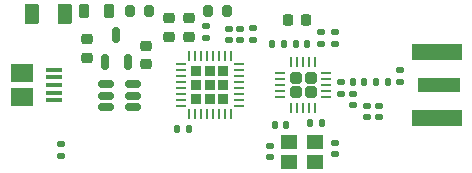
<source format=gbr>
%TF.GenerationSoftware,KiCad,Pcbnew,8.0.6*%
%TF.CreationDate,2024-12-29T16:51:47+05:30*%
%TF.ProjectId,STM32_RF,53544d33-325f-4524-962e-6b696361645f,rev?*%
%TF.SameCoordinates,Original*%
%TF.FileFunction,Paste,Top*%
%TF.FilePolarity,Positive*%
%FSLAX46Y46*%
G04 Gerber Fmt 4.6, Leading zero omitted, Abs format (unit mm)*
G04 Created by KiCad (PCBNEW 8.0.6) date 2024-12-29 16:51:47*
%MOMM*%
%LPD*%
G01*
G04 APERTURE LIST*
G04 Aperture macros list*
%AMRoundRect*
0 Rectangle with rounded corners*
0 $1 Rounding radius*
0 $2 $3 $4 $5 $6 $7 $8 $9 X,Y pos of 4 corners*
0 Add a 4 corners polygon primitive as box body*
4,1,4,$2,$3,$4,$5,$6,$7,$8,$9,$2,$3,0*
0 Add four circle primitives for the rounded corners*
1,1,$1+$1,$2,$3*
1,1,$1+$1,$4,$5*
1,1,$1+$1,$6,$7*
1,1,$1+$1,$8,$9*
0 Add four rect primitives between the rounded corners*
20,1,$1+$1,$2,$3,$4,$5,0*
20,1,$1+$1,$4,$5,$6,$7,0*
20,1,$1+$1,$6,$7,$8,$9,0*
20,1,$1+$1,$8,$9,$2,$3,0*%
G04 Aperture macros list end*
%ADD10RoundRect,0.218750X-0.256250X0.218750X-0.256250X-0.218750X0.256250X-0.218750X0.256250X0.218750X0*%
%ADD11RoundRect,0.140000X0.170000X-0.140000X0.170000X0.140000X-0.170000X0.140000X-0.170000X-0.140000X0*%
%ADD12RoundRect,0.150000X0.512500X0.150000X-0.512500X0.150000X-0.512500X-0.150000X0.512500X-0.150000X0*%
%ADD13RoundRect,0.140000X-0.170000X0.140000X-0.170000X-0.140000X0.170000X-0.140000X0.170000X0.140000X0*%
%ADD14RoundRect,0.135000X0.185000X-0.135000X0.185000X0.135000X-0.185000X0.135000X-0.185000X-0.135000X0*%
%ADD15RoundRect,0.147500X0.172500X-0.147500X0.172500X0.147500X-0.172500X0.147500X-0.172500X-0.147500X0*%
%ADD16RoundRect,0.147500X-0.147500X-0.172500X0.147500X-0.172500X0.147500X0.172500X-0.147500X0.172500X0*%
%ADD17R,1.350000X0.400000*%
%ADD18R,1.900000X1.500000*%
%ADD19RoundRect,0.218750X-0.218750X-0.381250X0.218750X-0.381250X0.218750X0.381250X-0.218750X0.381250X0*%
%ADD20RoundRect,0.225000X0.250000X-0.225000X0.250000X0.225000X-0.250000X0.225000X-0.250000X-0.225000X0*%
%ADD21RoundRect,0.140000X-0.140000X-0.170000X0.140000X-0.170000X0.140000X0.170000X-0.140000X0.170000X0*%
%ADD22RoundRect,0.250000X-0.255000X-0.255000X0.255000X-0.255000X0.255000X0.255000X-0.255000X0.255000X0*%
%ADD23RoundRect,0.062500X-0.350000X-0.062500X0.350000X-0.062500X0.350000X0.062500X-0.350000X0.062500X0*%
%ADD24RoundRect,0.062500X-0.062500X-0.350000X0.062500X-0.350000X0.062500X0.350000X-0.062500X0.350000X0*%
%ADD25RoundRect,0.135000X-0.185000X0.135000X-0.185000X-0.135000X0.185000X-0.135000X0.185000X0.135000X0*%
%ADD26RoundRect,0.232500X-0.232500X0.232500X-0.232500X-0.232500X0.232500X-0.232500X0.232500X0.232500X0*%
%ADD27RoundRect,0.062500X-0.062500X0.375000X-0.062500X-0.375000X0.062500X-0.375000X0.062500X0.375000X0*%
%ADD28RoundRect,0.062500X-0.375000X0.062500X-0.375000X-0.062500X0.375000X-0.062500X0.375000X0.062500X0*%
%ADD29RoundRect,0.200000X-0.200000X-0.275000X0.200000X-0.275000X0.200000X0.275000X-0.200000X0.275000X0*%
%ADD30RoundRect,0.140000X0.140000X0.170000X-0.140000X0.170000X-0.140000X-0.170000X0.140000X-0.170000X0*%
%ADD31RoundRect,0.135000X0.135000X0.185000X-0.135000X0.185000X-0.135000X-0.185000X0.135000X-0.185000X0*%
%ADD32R,1.400000X1.200000*%
%ADD33RoundRect,0.225000X-0.225000X-0.250000X0.225000X-0.250000X0.225000X0.250000X-0.225000X0.250000X0*%
%ADD34RoundRect,0.150000X0.150000X-0.512500X0.150000X0.512500X-0.150000X0.512500X-0.150000X-0.512500X0*%
%ADD35RoundRect,0.225000X-0.250000X0.225000X-0.250000X-0.225000X0.250000X-0.225000X0.250000X0.225000X0*%
%ADD36RoundRect,0.200000X0.200000X0.275000X-0.200000X0.275000X-0.200000X-0.275000X0.200000X-0.275000X0*%
%ADD37R,3.600000X1.270000*%
%ADD38R,4.200000X1.350000*%
%ADD39RoundRect,0.250000X-0.375000X-0.625000X0.375000X-0.625000X0.375000X0.625000X-0.375000X0.625000X0*%
G04 APERTURE END LIST*
D10*
%TO.C,D2*%
X169900000Y-68325000D03*
X169900000Y-69900000D03*
%TD*%
D11*
%TO.C,C7*%
X171300000Y-69980000D03*
X171300000Y-69020000D03*
%TD*%
D10*
%TO.C,D1*%
X168200000Y-68325000D03*
X168200000Y-69900000D03*
%TD*%
D11*
%TO.C,C14*%
X176725000Y-80130000D03*
X176725000Y-79170000D03*
%TD*%
%TO.C,C3*%
X159100000Y-79980000D03*
X159100000Y-79020000D03*
%TD*%
%TO.C,C10*%
X182300000Y-70500000D03*
X182300000Y-69540000D03*
%TD*%
D12*
%TO.C,U3*%
X165137500Y-75850000D03*
X165137500Y-74900000D03*
X165137500Y-73950000D03*
X162862500Y-73950000D03*
X162862500Y-74900000D03*
X162862500Y-75850000D03*
%TD*%
D13*
%TO.C,C17*%
X184970000Y-75790000D03*
X184970000Y-76750000D03*
%TD*%
D14*
%TO.C,R1*%
X175300000Y-70210000D03*
X175300000Y-69190000D03*
%TD*%
D15*
%TO.C,L3*%
X183750000Y-75720000D03*
X183750000Y-74750000D03*
%TD*%
D16*
%TO.C,L1*%
X183765000Y-73750000D03*
X184735000Y-73750000D03*
%TD*%
D11*
%TO.C,C4*%
X174250000Y-70180000D03*
X174250000Y-69220000D03*
%TD*%
%TO.C,C5*%
X173250000Y-70180000D03*
X173250000Y-69220000D03*
%TD*%
D17*
%TO.C,J1*%
X158500000Y-72700000D03*
X158500000Y-73350000D03*
X158500000Y-74000000D03*
X158500000Y-74650000D03*
X158500000Y-75300000D03*
D18*
X155800000Y-73000000D03*
X155800000Y-75000000D03*
%TD*%
D19*
%TO.C,FB1*%
X161037500Y-67750000D03*
X163162500Y-67750000D03*
%TD*%
D20*
%TO.C,C2*%
X166250000Y-72250000D03*
X166250000Y-70700000D03*
%TD*%
D21*
%TO.C,C9*%
X177170000Y-77400000D03*
X178130000Y-77400000D03*
%TD*%
D22*
%TO.C,U2*%
X178937500Y-73375000D03*
X178937500Y-74625000D03*
X180187500Y-73375000D03*
X180187500Y-74625000D03*
D23*
X177625000Y-73000000D03*
X177625000Y-73500000D03*
X177625000Y-74000000D03*
X177625000Y-74500000D03*
X177625000Y-75000000D03*
D24*
X178562500Y-75937500D03*
X179062500Y-75937500D03*
X179562500Y-75937500D03*
X180062500Y-75937500D03*
X180562500Y-75937500D03*
D23*
X181500000Y-75000000D03*
X181500000Y-74500000D03*
X181500000Y-74000000D03*
X181500000Y-73500000D03*
X181500000Y-73000000D03*
D24*
X180562500Y-72062500D03*
X180062500Y-72062500D03*
X179562500Y-72062500D03*
X179062500Y-72062500D03*
X178562500Y-72062500D03*
%TD*%
D25*
%TO.C,R4*%
X181100000Y-69510000D03*
X181100000Y-70530000D03*
%TD*%
D21*
%TO.C,C11*%
X178965000Y-70520000D03*
X179925000Y-70520000D03*
%TD*%
D26*
%TO.C,U4*%
X172812500Y-72850000D03*
X171662500Y-72850000D03*
X170512500Y-72850000D03*
X172812500Y-74000000D03*
X171662500Y-74000000D03*
X170512500Y-74000000D03*
X172812500Y-75150000D03*
X171662500Y-75150000D03*
X170512500Y-75150000D03*
D27*
X173412500Y-71562500D03*
X172912500Y-71562500D03*
X172412500Y-71562500D03*
X171912500Y-71562500D03*
X171412500Y-71562500D03*
X170912500Y-71562500D03*
X170412500Y-71562500D03*
X169912500Y-71562500D03*
D28*
X169225000Y-72250000D03*
X169225000Y-72750000D03*
X169225000Y-73250000D03*
X169225000Y-73750000D03*
X169225000Y-74250000D03*
X169225000Y-74750000D03*
X169225000Y-75250000D03*
X169225000Y-75750000D03*
D27*
X169912500Y-76437500D03*
X170412500Y-76437500D03*
X170912500Y-76437500D03*
X171412500Y-76437500D03*
X171912500Y-76437500D03*
X172412500Y-76437500D03*
X172912500Y-76437500D03*
X173412500Y-76437500D03*
D28*
X174100000Y-75750000D03*
X174100000Y-75250000D03*
X174100000Y-74750000D03*
X174100000Y-74250000D03*
X174100000Y-73750000D03*
X174100000Y-73250000D03*
X174100000Y-72750000D03*
X174100000Y-72250000D03*
%TD*%
D29*
%TO.C,R3*%
X171475000Y-67700000D03*
X173125000Y-67700000D03*
%TD*%
D30*
%TO.C,C6*%
X169880000Y-77700000D03*
X168920000Y-77700000D03*
%TD*%
D31*
%TO.C,R5*%
X181160000Y-77250000D03*
X180140000Y-77250000D03*
%TD*%
D11*
%TO.C,C16*%
X187750000Y-73730000D03*
X187750000Y-72770000D03*
%TD*%
D32*
%TO.C,Y1*%
X180600000Y-78800000D03*
X178400000Y-78800000D03*
X178400000Y-80500000D03*
X180600000Y-80500000D03*
%TD*%
D33*
%TO.C,C8*%
X178250000Y-68520000D03*
X179800000Y-68520000D03*
%TD*%
D21*
%TO.C,C15*%
X185770000Y-73750000D03*
X186730000Y-73750000D03*
%TD*%
D11*
%TO.C,C13*%
X182275000Y-79880000D03*
X182275000Y-78920000D03*
%TD*%
D34*
%TO.C,U1*%
X162800000Y-72025000D03*
X164700000Y-72025000D03*
X163750000Y-69750000D03*
%TD*%
D30*
%TO.C,C12*%
X177925000Y-70520000D03*
X176965000Y-70520000D03*
%TD*%
D35*
%TO.C,C1*%
X161250000Y-70125000D03*
X161250000Y-71675000D03*
%TD*%
D13*
%TO.C,C18*%
X186000000Y-75790000D03*
X186000000Y-76750000D03*
%TD*%
D36*
%TO.C,R2*%
X166525000Y-67700000D03*
X164875000Y-67700000D03*
%TD*%
D37*
%TO.C,J3*%
X191062500Y-74000000D03*
D38*
X190862500Y-76825000D03*
X190862500Y-71175000D03*
%TD*%
D39*
%TO.C,F1*%
X156600000Y-68000000D03*
X159400000Y-68000000D03*
%TD*%
D15*
%TO.C,L2*%
X182750000Y-74735000D03*
X182750000Y-73765000D03*
%TD*%
M02*

</source>
